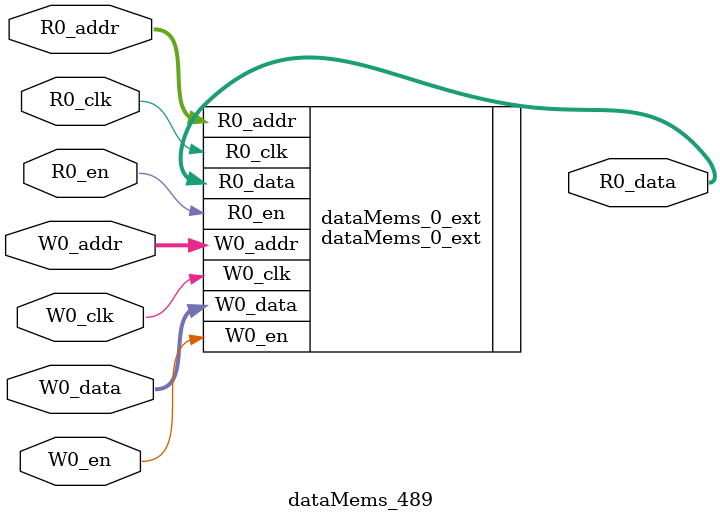
<source format=sv>
`ifndef RANDOMIZE
  `ifdef RANDOMIZE_REG_INIT
    `define RANDOMIZE
  `endif // RANDOMIZE_REG_INIT
`endif // not def RANDOMIZE
`ifndef RANDOMIZE
  `ifdef RANDOMIZE_MEM_INIT
    `define RANDOMIZE
  `endif // RANDOMIZE_MEM_INIT
`endif // not def RANDOMIZE

`ifndef RANDOM
  `define RANDOM $random
`endif // not def RANDOM

// Users can define 'PRINTF_COND' to add an extra gate to prints.
`ifndef PRINTF_COND_
  `ifdef PRINTF_COND
    `define PRINTF_COND_ (`PRINTF_COND)
  `else  // PRINTF_COND
    `define PRINTF_COND_ 1
  `endif // PRINTF_COND
`endif // not def PRINTF_COND_

// Users can define 'ASSERT_VERBOSE_COND' to add an extra gate to assert error printing.
`ifndef ASSERT_VERBOSE_COND_
  `ifdef ASSERT_VERBOSE_COND
    `define ASSERT_VERBOSE_COND_ (`ASSERT_VERBOSE_COND)
  `else  // ASSERT_VERBOSE_COND
    `define ASSERT_VERBOSE_COND_ 1
  `endif // ASSERT_VERBOSE_COND
`endif // not def ASSERT_VERBOSE_COND_

// Users can define 'STOP_COND' to add an extra gate to stop conditions.
`ifndef STOP_COND_
  `ifdef STOP_COND
    `define STOP_COND_ (`STOP_COND)
  `else  // STOP_COND
    `define STOP_COND_ 1
  `endif // STOP_COND
`endif // not def STOP_COND_

// Users can define INIT_RANDOM as general code that gets injected into the
// initializer block for modules with registers.
`ifndef INIT_RANDOM
  `define INIT_RANDOM
`endif // not def INIT_RANDOM

// If using random initialization, you can also define RANDOMIZE_DELAY to
// customize the delay used, otherwise 0.002 is used.
`ifndef RANDOMIZE_DELAY
  `define RANDOMIZE_DELAY 0.002
`endif // not def RANDOMIZE_DELAY

// Define INIT_RANDOM_PROLOG_ for use in our modules below.
`ifndef INIT_RANDOM_PROLOG_
  `ifdef RANDOMIZE
    `ifdef VERILATOR
      `define INIT_RANDOM_PROLOG_ `INIT_RANDOM
    `else  // VERILATOR
      `define INIT_RANDOM_PROLOG_ `INIT_RANDOM #`RANDOMIZE_DELAY begin end
    `endif // VERILATOR
  `else  // RANDOMIZE
    `define INIT_RANDOM_PROLOG_
  `endif // RANDOMIZE
`endif // not def INIT_RANDOM_PROLOG_

// Include register initializers in init blocks unless synthesis is set
`ifndef SYNTHESIS
  `ifndef ENABLE_INITIAL_REG_
    `define ENABLE_INITIAL_REG_
  `endif // not def ENABLE_INITIAL_REG_
`endif // not def SYNTHESIS

// Include rmemory initializers in init blocks unless synthesis is set
`ifndef SYNTHESIS
  `ifndef ENABLE_INITIAL_MEM_
    `define ENABLE_INITIAL_MEM_
  `endif // not def ENABLE_INITIAL_MEM_
`endif // not def SYNTHESIS

module dataMems_489(	// @[generators/ara/src/main/scala/UnsafeAXI4ToTL.scala:365:62]
  input  [4:0]  R0_addr,
  input         R0_en,
  input         R0_clk,
  output [66:0] R0_data,
  input  [4:0]  W0_addr,
  input         W0_en,
  input         W0_clk,
  input  [66:0] W0_data
);

  dataMems_0_ext dataMems_0_ext (	// @[generators/ara/src/main/scala/UnsafeAXI4ToTL.scala:365:62]
    .R0_addr (R0_addr),
    .R0_en   (R0_en),
    .R0_clk  (R0_clk),
    .R0_data (R0_data),
    .W0_addr (W0_addr),
    .W0_en   (W0_en),
    .W0_clk  (W0_clk),
    .W0_data (W0_data)
  );
endmodule


</source>
